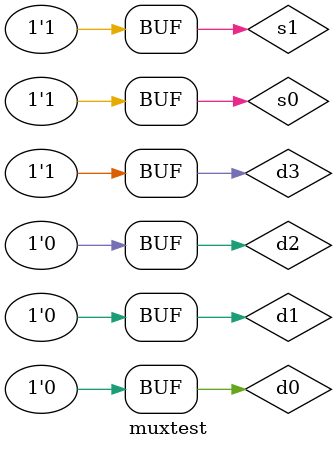
<source format=v>
module muxtest;
  wire y;
  reg s1,s0,d0,d1,d2,d3;
  mux m1(s1,s0,d0,d1,d2,d3,y);
  initial
  begin
    s1=1'b0; s0=1'b0; d0=1'b1; d1=1'b0; d2=1'b0; d3=1'b0;
    #1 s1=1'b0; s0=1'b1; d0=1'b0; d1=1'b1; d2=1'b0; d3=1'b0;
    #1 s1=1'b1; s0=1'b0; d0=1'b0; d1=1'b0; d2=1'b1; d3=1'b0;
    #1 s1=1'b1; s0=1'b1; d0=1'b0; d1=1'b0; d2=1'b0; d3=1'b1;
  end
endmodule
</source>
